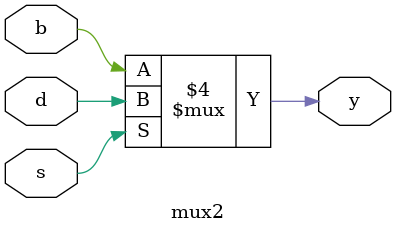
<source format=v>
module mux2(d,b,s,y);//mux2 module
	input  d;			//input value
	input  b;			//input value
	input s;				//select bit
	output reg  y;		//output value

	always @ (s,d,b)
		begin
			if(s == 1)	y <= d;		//if s == 1 make output d
			else      	y <= b;			//output data b
		end
endmodule		
</source>
